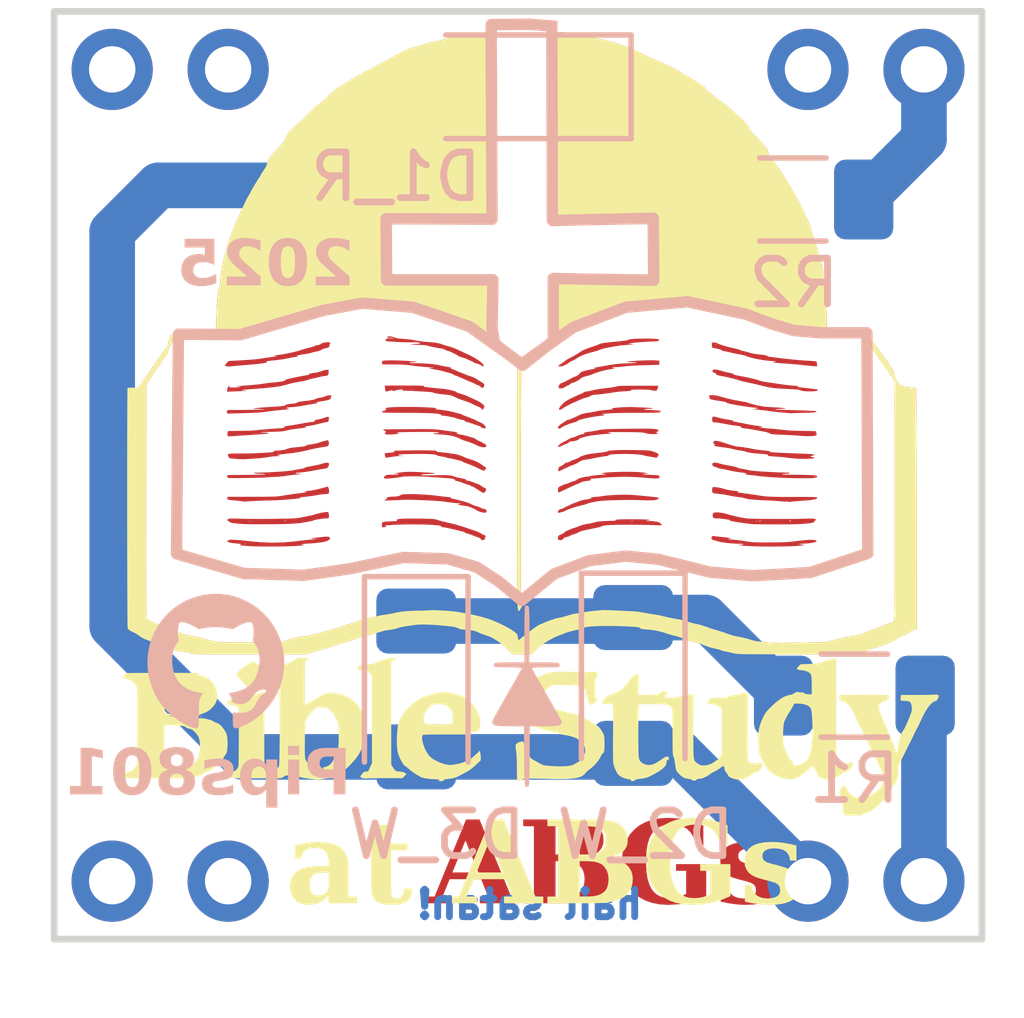
<source format=kicad_pcb>
(kicad_pcb (version 20240108) (generator "pcbnew") (generator_version "8.0")
  (layers (0 "F.Cu" signal) (31 "B.Cu" signal) (34 "B.Paste" user) (35 "F.Paste" user) (36 "B.SilkS" user "B.Silkscreen") (37 "F.SilkS" user "F.Silkscreen") (38 "B.Mask" user) (39 "F.Mask" user) (44 "Edge.Cuts" user))
  (net 0 "")
  (net 1 "Net-(D1-A)")
  (net 2 "Net-(D2-K)")
  (net 7 "Net-(D1-K)")
  (net 8 "Net-(R2-Pad1)")
  (net 9 "Net-(R1-Pad2)")
  (footprint "minibadge_kicad:SAINTCON-Minibadge-Simple" (layer "F.Cu") (at 133.35 87.63)
    (property "Reference" "X1" (hide yes))
    (property "Value" "SAINTCON-Minibadge-Simple")
    (fp_line (start 0 0) (end 0 20.32) (stroke (width 0.15)) (layer "Edge.Cuts"))
    (fp_line (start 0 20.32) (end 20.32 20.32) (stroke (width 0.15)) (layer "Edge.Cuts"))
    (fp_line (start 20.32 0) (end 0 0) (stroke (width 0.15)) (layer "Edge.Cuts"))
    (fp_line (start 20.32 20.32) (end 20.32 0) (stroke (width 0.15)) (layer "Edge.Cuts"))
  )
  (footprint "LOGO" (layer "F.Cu") (at 143.804445 95.312223)
    (property "Reference" "")
    (property "Value" "LOGO" (hide yes))
  )
  (footprint "LED_SMD:LED_1206_3216Metric_Pad1.42x1.75mm_HandSolder" (layer "B.Cu") (at 141.279599 102.470173 -90)
    (property "Reference" "D3_W")
    (property "Value" "LED_W")
  )
  (footprint "Resistor_SMD:R_1206_3216Metric_Pad1.30x1.75mm_HandSolder" (layer "B.Cu") (at 149.53 91.75 180)
    (property "Reference" "R2")
    (property "Value" "R_10Ω")
  )
  (footprint "Resistor_SMD:R_1206_3216Metric_Pad1.30x1.75mm_HandSolder" (layer "B.Cu") (at 150.876 102.616)
    (property "Reference" "R1")
    (property "Value" "R_100Ω")
  )
  (footprint "LOGO" (layer "B.Cu") (at 143.702992 102.630753 90)
    (property "Reference" "" (hide yes))
    (property "Value" "LOGO" (hide yes))
  )
  (footprint "LOGO" (layer "B.Cu") (at 136.89 101.854 180)
    (property "Reference" "")
    (property "Value" "LOGO" (hide yes))
  )
  (footprint "LED_SMD:LED_1206_3216Metric_Pad1.42x1.75mm_HandSolder" (layer "B.Cu") (at 143.525298 89.281063 180)
    (property "Reference" "D1_R")
    (property "Value" "LED_R")
  )
  (footprint "LED_SMD:LED_1206_3216Metric_Pad1.42x1.75mm_HandSolder" (layer "B.Cu") (at 146.031771 102.393318 -90)
    (property "Reference" "D2_W")
    (property "Value" "LED_W")
  )
  (gr_poly (pts (xy 142.94 94.57) (xy 142.96 93.51) (xy 140.63 93.51) (xy 140.62 92.17) (xy 142.94 92.18) (xy 142.92 87.92) (xy 143.73 87.91) (xy 144.25 87.95) (xy 144.26 92.21) (xy 146.47 92.16) (xy 146.48 93.52) (xy 144.28 93.48) (xy 144.28 94.85) (xy 143.61 95.38) (xy 143 94.91)) (stroke (width 0.25)) (fill none) (layer "B.SilkS"))
  (gr_poly (pts (xy 136.03 99.51) (xy 136.07 94.7) (xy 137.43 94.71) (xy 139.24 94.18) (xy 140.09 94.02) (xy 141.21 94.11) (xy 142.44 94.53) (xy 143.59 95.35) (xy 144.72 94.55) (xy 145.87 94.11) (xy 147.22 93.99) (xy 148.49 94.26) (xy 149.05 94.47) (xy 149.55 94.62) (xy 150.14 94.67) (xy 151.15 94.67) (xy 151.17 99.5) (xy 149.91 99.92) (xy 148.64 99.99) (xy 147.71 99.91) (xy 146.58 99.63) (xy 145.87 99.56) (xy 145.07 99.66) (xy 144.3 99.95) (xy 143.59 100.53) (xy 143.08 100.11) (xy 142.6 99.8) (xy 141.97 99.62) (xy 141 99.59) (xy 139.81 99.84) (xy 138.82 99.98) (xy 137.5 99.94) (xy 136.44 99.63) (xy 136.13 99.54)) (stroke (width 0.25)) (fill none) (layer "B.SilkS"))
  (gr_text "ABGs" (at 141.55 107.47 0) (layer "F.Cu") (effects (font (size 1.8 1.8) (thickness 0.3) (bold yes)) (justify left bottom)))
  (gr_text "hail satan!" (at 143.764 107.188 0) (layer "B.Cu") (effects (font (size 0.6 0.6) (thickness 0.15) (bold yes)) (justify mirror)))
  (gr_text "2025" (at 139.93 93.8 0) (layer "B.SilkS") (effects (font (size 1 1)) (justify left bottom mirror)))
  (gr_text "Pips801" (at 139.86 104.95 0) (layer "B.SilkS") (effects (font (size 1 1) (thickness 0.25) (bold yes)) (justify left bottom mirror)))
  (gr_text "at ABGs" (at 138.41 107.47 0) (layer "F.SilkS") (effects (font (size 1.8 1.8) (thickness 0.3) (bold yes)) (justify left bottom)))
  (segment (start 146.031771 103.880818) (end 147.060818 103.880818) (width 1) (layer "B.Cu") (net 1))
  (segment (start 138.938 91.44) (end 141.096937 89.281063) (width 1) (layer "B.Cu") (net 1))
  (segment (start 137.485673 103.957673) (end 134.62 101.092) (width 1) (layer "B.Cu") (net 1))
  (segment (start 141.279599 103.957673) (end 137.485673 103.957673) (width 1) (layer "B.Cu") (net 1))
  (segment (start 134.62 92.456) (end 135.636 91.44) (width 1) (layer "B.Cu") (net 1))
  (segment (start 141.096937 89.281063) (end 142.037798 89.281063) (width 1) (layer "B.Cu") (net 1))
  (segment (start 147.060818 103.880818) (end 149.86 106.68) (width 1) (layer "B.Cu") (net 1))
  (segment (start 134.62 101.092) (end 134.62 92.456) (width 1) (layer "B.Cu") (net 1))
  (segment (start 145.954916 103.957673) (end 146.031771 103.880818) (width 1) (layer "B.Cu") (net 1))
  (segment (start 135.636 91.44) (end 138.938 91.44) (width 1) (layer "B.Cu") (net 1))
  (segment (start 141.279599 103.957673) (end 145.954916 103.957673) (width 1) (layer "B.Cu") (net 1))
  (segment (start 147.615818 100.905818) (end 149.326 102.616) (width 1) (layer "B.Cu") (net 2))
  (segment (start 146.031771 100.905818) (end 147.615818 100.905818) (width 1) (layer "B.Cu") (net 2))
  (segment (start 145.954916 100.982673) (end 146.031771 100.905818) (width 1) (layer "B.Cu") (net 2))
  (segment (start 141.279599 100.982673) (end 145.954916 100.982673) (width 1) (layer "B.Cu") (net 2))
  (segment (start 147.481735 91.75) (end 145.012798 89.281063) (width 1) (layer "B.Cu") (net 7))
  (segment (start 147.98 91.75) (end 147.481735 91.75) (width 1) (layer "B.Cu") (net 7))
  (segment (start 152.4 88.9) (end 152.4 90.43) (width 1) (layer "B.Cu") (net 8))
  (segment (start 152.4 90.43) (end 151.08 91.75) (width 1) (layer "B.Cu") (net 8))
  (segment (start 152.4 106.68) (end 152.4 102.642) (width 1) (layer "B.Cu") (net 9))
  (segment (start 152.4 102.642) (end 152.426 102.616) (width 1) (layer "B.Cu") (net 9))
)
</source>
